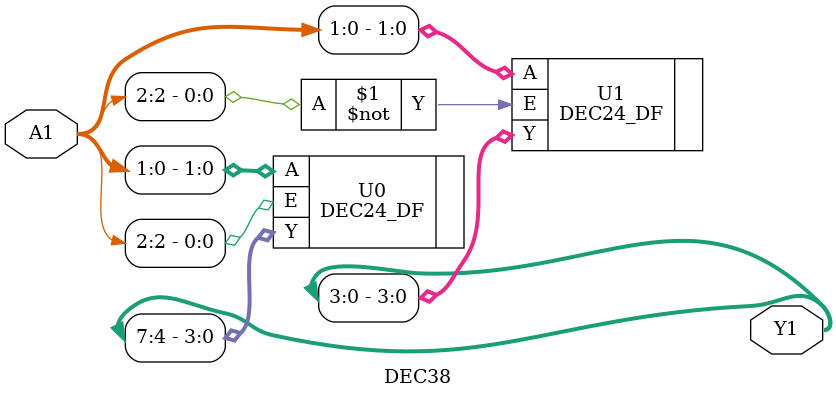
<source format=v>
module DEC38 (input [2:0]A1, output [7:0]Y1);
  DEC24_DF U0 (.E(A1[2]), .A(A1[1:0]), .Y(Y1[7:4]));
  DEC24_DF U1 (.E(~A1[2]), .A(A1[1:0]), .Y(Y1[3:0]));
endmodule

</source>
